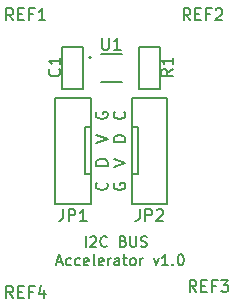
<source format=gto>
G04 #@! TF.GenerationSoftware,KiCad,Pcbnew,(5.1.2)-1*
G04 #@! TF.CreationDate,2021-08-30T19:49:36+09:00*
G04 #@! TF.ProjectId,IR,49522e6b-6963-4616-945f-706362585858,v1.0*
G04 #@! TF.SameCoordinates,Original*
G04 #@! TF.FileFunction,Legend,Top*
G04 #@! TF.FilePolarity,Positive*
%FSLAX46Y46*%
G04 Gerber Fmt 4.6, Leading zero omitted, Abs format (unit mm)*
G04 Created by KiCad (PCBNEW (5.1.2)-1) date 2021-08-30 19:49:36*
%MOMM*%
%LPD*%
G04 APERTURE LIST*
%ADD10C,0.200000*%
%ADD11C,0.180000*%
%ADD12C,0.150000*%
G04 APERTURE END LIST*
D10*
X186585714Y-118132142D02*
X186585714Y-117232142D01*
X186971428Y-117317857D02*
X187014285Y-117275000D01*
X187100000Y-117232142D01*
X187314285Y-117232142D01*
X187400000Y-117275000D01*
X187442857Y-117317857D01*
X187485714Y-117403571D01*
X187485714Y-117489285D01*
X187442857Y-117617857D01*
X186928571Y-118132142D01*
X187485714Y-118132142D01*
X188385714Y-118046428D02*
X188342857Y-118089285D01*
X188214285Y-118132142D01*
X188128571Y-118132142D01*
X188000000Y-118089285D01*
X187914285Y-118003571D01*
X187871428Y-117917857D01*
X187828571Y-117746428D01*
X187828571Y-117617857D01*
X187871428Y-117446428D01*
X187914285Y-117360714D01*
X188000000Y-117275000D01*
X188128571Y-117232142D01*
X188214285Y-117232142D01*
X188342857Y-117275000D01*
X188385714Y-117317857D01*
X189757142Y-117660714D02*
X189885714Y-117703571D01*
X189928571Y-117746428D01*
X189971428Y-117832142D01*
X189971428Y-117960714D01*
X189928571Y-118046428D01*
X189885714Y-118089285D01*
X189800000Y-118132142D01*
X189457142Y-118132142D01*
X189457142Y-117232142D01*
X189757142Y-117232142D01*
X189842857Y-117275000D01*
X189885714Y-117317857D01*
X189928571Y-117403571D01*
X189928571Y-117489285D01*
X189885714Y-117575000D01*
X189842857Y-117617857D01*
X189757142Y-117660714D01*
X189457142Y-117660714D01*
X190357142Y-117232142D02*
X190357142Y-117960714D01*
X190400000Y-118046428D01*
X190442857Y-118089285D01*
X190528571Y-118132142D01*
X190700000Y-118132142D01*
X190785714Y-118089285D01*
X190828571Y-118046428D01*
X190871428Y-117960714D01*
X190871428Y-117232142D01*
X191257142Y-118089285D02*
X191385714Y-118132142D01*
X191600000Y-118132142D01*
X191685714Y-118089285D01*
X191728571Y-118046428D01*
X191771428Y-117960714D01*
X191771428Y-117875000D01*
X191728571Y-117789285D01*
X191685714Y-117746428D01*
X191600000Y-117703571D01*
X191428571Y-117660714D01*
X191342857Y-117617857D01*
X191300000Y-117575000D01*
X191257142Y-117489285D01*
X191257142Y-117403571D01*
X191300000Y-117317857D01*
X191342857Y-117275000D01*
X191428571Y-117232142D01*
X191642857Y-117232142D01*
X191771428Y-117275000D01*
X184121428Y-119425000D02*
X184550000Y-119425000D01*
X184035714Y-119682142D02*
X184335714Y-118782142D01*
X184635714Y-119682142D01*
X185321428Y-119639285D02*
X185235714Y-119682142D01*
X185064285Y-119682142D01*
X184978571Y-119639285D01*
X184935714Y-119596428D01*
X184892857Y-119510714D01*
X184892857Y-119253571D01*
X184935714Y-119167857D01*
X184978571Y-119125000D01*
X185064285Y-119082142D01*
X185235714Y-119082142D01*
X185321428Y-119125000D01*
X186092857Y-119639285D02*
X186007142Y-119682142D01*
X185835714Y-119682142D01*
X185750000Y-119639285D01*
X185707142Y-119596428D01*
X185664285Y-119510714D01*
X185664285Y-119253571D01*
X185707142Y-119167857D01*
X185750000Y-119125000D01*
X185835714Y-119082142D01*
X186007142Y-119082142D01*
X186092857Y-119125000D01*
X186821428Y-119639285D02*
X186735714Y-119682142D01*
X186564285Y-119682142D01*
X186478571Y-119639285D01*
X186435714Y-119553571D01*
X186435714Y-119210714D01*
X186478571Y-119125000D01*
X186564285Y-119082142D01*
X186735714Y-119082142D01*
X186821428Y-119125000D01*
X186864285Y-119210714D01*
X186864285Y-119296428D01*
X186435714Y-119382142D01*
X187378571Y-119682142D02*
X187292857Y-119639285D01*
X187250000Y-119553571D01*
X187250000Y-118782142D01*
X188064285Y-119639285D02*
X187978571Y-119682142D01*
X187807142Y-119682142D01*
X187721428Y-119639285D01*
X187678571Y-119553571D01*
X187678571Y-119210714D01*
X187721428Y-119125000D01*
X187807142Y-119082142D01*
X187978571Y-119082142D01*
X188064285Y-119125000D01*
X188107142Y-119210714D01*
X188107142Y-119296428D01*
X187678571Y-119382142D01*
X188492857Y-119682142D02*
X188492857Y-119082142D01*
X188492857Y-119253571D02*
X188535714Y-119167857D01*
X188578571Y-119125000D01*
X188664285Y-119082142D01*
X188750000Y-119082142D01*
X189435714Y-119682142D02*
X189435714Y-119210714D01*
X189392857Y-119125000D01*
X189307142Y-119082142D01*
X189135714Y-119082142D01*
X189050000Y-119125000D01*
X189435714Y-119639285D02*
X189350000Y-119682142D01*
X189135714Y-119682142D01*
X189050000Y-119639285D01*
X189007142Y-119553571D01*
X189007142Y-119467857D01*
X189050000Y-119382142D01*
X189135714Y-119339285D01*
X189350000Y-119339285D01*
X189435714Y-119296428D01*
X189735714Y-119082142D02*
X190078571Y-119082142D01*
X189864285Y-118782142D02*
X189864285Y-119553571D01*
X189907142Y-119639285D01*
X189992857Y-119682142D01*
X190078571Y-119682142D01*
X190507142Y-119682142D02*
X190421428Y-119639285D01*
X190378571Y-119596428D01*
X190335714Y-119510714D01*
X190335714Y-119253571D01*
X190378571Y-119167857D01*
X190421428Y-119125000D01*
X190507142Y-119082142D01*
X190635714Y-119082142D01*
X190721428Y-119125000D01*
X190764285Y-119167857D01*
X190807142Y-119253571D01*
X190807142Y-119510714D01*
X190764285Y-119596428D01*
X190721428Y-119639285D01*
X190635714Y-119682142D01*
X190507142Y-119682142D01*
X191192857Y-119682142D02*
X191192857Y-119082142D01*
X191192857Y-119253571D02*
X191235714Y-119167857D01*
X191278571Y-119125000D01*
X191364285Y-119082142D01*
X191450000Y-119082142D01*
X192350000Y-119082142D02*
X192564285Y-119682142D01*
X192778571Y-119082142D01*
X193592857Y-119682142D02*
X193078571Y-119682142D01*
X193335714Y-119682142D02*
X193335714Y-118782142D01*
X193250000Y-118910714D01*
X193164285Y-118996428D01*
X193078571Y-119039285D01*
X193978571Y-119596428D02*
X194021428Y-119639285D01*
X193978571Y-119682142D01*
X193935714Y-119639285D01*
X193978571Y-119596428D01*
X193978571Y-119682142D01*
X194578571Y-118782142D02*
X194664285Y-118782142D01*
X194750000Y-118825000D01*
X194792857Y-118867857D01*
X194835714Y-118953571D01*
X194878571Y-119125000D01*
X194878571Y-119339285D01*
X194835714Y-119510714D01*
X194792857Y-119596428D01*
X194750000Y-119639285D01*
X194664285Y-119682142D01*
X194578571Y-119682142D01*
X194492857Y-119639285D01*
X194450000Y-119596428D01*
X194407142Y-119510714D01*
X194364285Y-119339285D01*
X194364285Y-119125000D01*
X194407142Y-118953571D01*
X194450000Y-118867857D01*
X194492857Y-118825000D01*
X194578571Y-118782142D01*
D11*
X186389000Y-101222000D02*
X186389000Y-104778000D01*
X186389000Y-104778000D02*
X184611000Y-104778000D01*
X184611000Y-104778000D02*
X184611000Y-101222000D01*
X184611000Y-101222000D02*
X186389000Y-101222000D01*
D12*
X187000000Y-108000000D02*
X186500000Y-108000000D01*
X186500000Y-108000000D02*
X186500000Y-112000000D01*
X186500000Y-112000000D02*
X187000000Y-112000000D01*
X187000000Y-110000000D02*
X187000000Y-114500000D01*
X187000000Y-114500000D02*
X184000000Y-114500000D01*
X184000000Y-114500000D02*
X184000000Y-105500000D01*
X184000000Y-105500000D02*
X187000000Y-105500000D01*
X187000000Y-105500000D02*
X187000000Y-110000000D01*
X190500000Y-112000000D02*
X191000000Y-112000000D01*
X191000000Y-112000000D02*
X191000000Y-108000000D01*
X191000000Y-108000000D02*
X190500000Y-108000000D01*
X190500000Y-110000000D02*
X190500000Y-105500000D01*
X190500000Y-105500000D02*
X193500000Y-105500000D01*
X193500000Y-105500000D02*
X193500000Y-114500000D01*
X193500000Y-114500000D02*
X190500000Y-114500000D01*
X190500000Y-114500000D02*
X190500000Y-110000000D01*
D11*
X192889000Y-101222000D02*
X192889000Y-104778000D01*
X192889000Y-104778000D02*
X191111000Y-104778000D01*
X191111000Y-104778000D02*
X191111000Y-101222000D01*
X191111000Y-101222000D02*
X192889000Y-101222000D01*
D10*
X187050000Y-102100000D02*
G75*
G03X187050000Y-102100000I-100000J0D01*
G01*
X189650000Y-101800000D02*
X187850000Y-101800000D01*
X189650000Y-104200000D02*
X187850000Y-104200000D01*
D12*
X180452380Y-122452380D02*
X180119047Y-121976190D01*
X179880952Y-122452380D02*
X179880952Y-121452380D01*
X180261904Y-121452380D01*
X180357142Y-121500000D01*
X180404761Y-121547619D01*
X180452380Y-121642857D01*
X180452380Y-121785714D01*
X180404761Y-121880952D01*
X180357142Y-121928571D01*
X180261904Y-121976190D01*
X179880952Y-121976190D01*
X180880952Y-121928571D02*
X181214285Y-121928571D01*
X181357142Y-122452380D02*
X180880952Y-122452380D01*
X180880952Y-121452380D01*
X181357142Y-121452380D01*
X182119047Y-121928571D02*
X181785714Y-121928571D01*
X181785714Y-122452380D02*
X181785714Y-121452380D01*
X182261904Y-121452380D01*
X183071428Y-121785714D02*
X183071428Y-122452380D01*
X182833333Y-121404761D02*
X182595238Y-122119047D01*
X183214285Y-122119047D01*
X195952380Y-121952380D02*
X195619047Y-121476190D01*
X195380952Y-121952380D02*
X195380952Y-120952380D01*
X195761904Y-120952380D01*
X195857142Y-121000000D01*
X195904761Y-121047619D01*
X195952380Y-121142857D01*
X195952380Y-121285714D01*
X195904761Y-121380952D01*
X195857142Y-121428571D01*
X195761904Y-121476190D01*
X195380952Y-121476190D01*
X196380952Y-121428571D02*
X196714285Y-121428571D01*
X196857142Y-121952380D02*
X196380952Y-121952380D01*
X196380952Y-120952380D01*
X196857142Y-120952380D01*
X197619047Y-121428571D02*
X197285714Y-121428571D01*
X197285714Y-121952380D02*
X197285714Y-120952380D01*
X197761904Y-120952380D01*
X198047619Y-120952380D02*
X198666666Y-120952380D01*
X198333333Y-121333333D01*
X198476190Y-121333333D01*
X198571428Y-121380952D01*
X198619047Y-121428571D01*
X198666666Y-121523809D01*
X198666666Y-121761904D01*
X198619047Y-121857142D01*
X198571428Y-121904761D01*
X198476190Y-121952380D01*
X198190476Y-121952380D01*
X198095238Y-121904761D01*
X198047619Y-121857142D01*
X195452380Y-98951880D02*
X195119047Y-98475690D01*
X194880952Y-98951880D02*
X194880952Y-97951880D01*
X195261904Y-97951880D01*
X195357142Y-97999500D01*
X195404761Y-98047119D01*
X195452380Y-98142357D01*
X195452380Y-98285214D01*
X195404761Y-98380452D01*
X195357142Y-98428071D01*
X195261904Y-98475690D01*
X194880952Y-98475690D01*
X195880952Y-98428071D02*
X196214285Y-98428071D01*
X196357142Y-98951880D02*
X195880952Y-98951880D01*
X195880952Y-97951880D01*
X196357142Y-97951880D01*
X197119047Y-98428071D02*
X196785714Y-98428071D01*
X196785714Y-98951880D02*
X196785714Y-97951880D01*
X197261904Y-97951880D01*
X197595238Y-98047119D02*
X197642857Y-97999500D01*
X197738095Y-97951880D01*
X197976190Y-97951880D01*
X198071428Y-97999500D01*
X198119047Y-98047119D01*
X198166666Y-98142357D01*
X198166666Y-98237595D01*
X198119047Y-98380452D01*
X197547619Y-98951880D01*
X198166666Y-98951880D01*
D11*
X184357142Y-103073476D02*
X184404761Y-103121095D01*
X184452380Y-103263952D01*
X184452380Y-103359190D01*
X184404761Y-103502047D01*
X184309523Y-103597285D01*
X184214285Y-103644904D01*
X184023809Y-103692523D01*
X183880952Y-103692523D01*
X183690476Y-103644904D01*
X183595238Y-103597285D01*
X183500000Y-103502047D01*
X183452380Y-103359190D01*
X183452380Y-103263952D01*
X183500000Y-103121095D01*
X183547619Y-103073476D01*
X184452380Y-102121095D02*
X184452380Y-102692523D01*
X184452380Y-102406809D02*
X183452380Y-102406809D01*
X183595238Y-102502047D01*
X183690476Y-102597285D01*
X183738095Y-102692523D01*
D12*
X184666666Y-114952380D02*
X184666666Y-115666666D01*
X184619047Y-115809523D01*
X184523809Y-115904761D01*
X184380952Y-115952380D01*
X184285714Y-115952380D01*
X185142857Y-115952380D02*
X185142857Y-114952380D01*
X185523809Y-114952380D01*
X185619047Y-115000000D01*
X185666666Y-115047619D01*
X185714285Y-115142857D01*
X185714285Y-115285714D01*
X185666666Y-115380952D01*
X185619047Y-115428571D01*
X185523809Y-115476190D01*
X185142857Y-115476190D01*
X186666666Y-115952380D02*
X186095238Y-115952380D01*
X186380952Y-115952380D02*
X186380952Y-114952380D01*
X186285714Y-115095238D01*
X186190476Y-115190476D01*
X186095238Y-115238095D01*
X188357142Y-112690476D02*
X188404761Y-112738095D01*
X188452380Y-112880952D01*
X188452380Y-112976190D01*
X188404761Y-113119047D01*
X188309523Y-113214285D01*
X188214285Y-113261904D01*
X188023809Y-113309523D01*
X187880952Y-113309523D01*
X187690476Y-113261904D01*
X187595238Y-113214285D01*
X187500000Y-113119047D01*
X187452380Y-112976190D01*
X187452380Y-112880952D01*
X187500000Y-112738095D01*
X187547619Y-112690476D01*
X188452380Y-111261904D02*
X187452380Y-111261904D01*
X187452380Y-111023809D01*
X187500000Y-110880952D01*
X187595238Y-110785714D01*
X187690476Y-110738095D01*
X187880952Y-110690476D01*
X188023809Y-110690476D01*
X188214285Y-110738095D01*
X188309523Y-110785714D01*
X188404761Y-110880952D01*
X188452380Y-111023809D01*
X188452380Y-111261904D01*
X187452380Y-109333333D02*
X188452380Y-109000000D01*
X187452380Y-108666666D01*
X187500000Y-106738095D02*
X187452380Y-106833333D01*
X187452380Y-106976190D01*
X187500000Y-107119047D01*
X187595238Y-107214285D01*
X187690476Y-107261904D01*
X187880952Y-107309523D01*
X188023809Y-107309523D01*
X188214285Y-107261904D01*
X188309523Y-107214285D01*
X188404761Y-107119047D01*
X188452380Y-106976190D01*
X188452380Y-106880952D01*
X188404761Y-106738095D01*
X188357142Y-106690476D01*
X188023809Y-106690476D01*
X188023809Y-106880952D01*
X191166666Y-114952380D02*
X191166666Y-115666666D01*
X191119047Y-115809523D01*
X191023809Y-115904761D01*
X190880952Y-115952380D01*
X190785714Y-115952380D01*
X191642857Y-115952380D02*
X191642857Y-114952380D01*
X192023809Y-114952380D01*
X192119047Y-115000000D01*
X192166666Y-115047619D01*
X192214285Y-115142857D01*
X192214285Y-115285714D01*
X192166666Y-115380952D01*
X192119047Y-115428571D01*
X192023809Y-115476190D01*
X191642857Y-115476190D01*
X192595238Y-115047619D02*
X192642857Y-115000000D01*
X192738095Y-114952380D01*
X192976190Y-114952380D01*
X193071428Y-115000000D01*
X193119047Y-115047619D01*
X193166666Y-115142857D01*
X193166666Y-115238095D01*
X193119047Y-115380952D01*
X192547619Y-115952380D01*
X193166666Y-115952380D01*
X189857142Y-106690476D02*
X189904761Y-106738095D01*
X189952380Y-106880952D01*
X189952380Y-106976190D01*
X189904761Y-107119047D01*
X189809523Y-107214285D01*
X189714285Y-107261904D01*
X189523809Y-107309523D01*
X189380952Y-107309523D01*
X189190476Y-107261904D01*
X189095238Y-107214285D01*
X189000000Y-107119047D01*
X188952380Y-106976190D01*
X188952380Y-106880952D01*
X189000000Y-106738095D01*
X189047619Y-106690476D01*
X189952380Y-109261904D02*
X188952380Y-109261904D01*
X188952380Y-109023809D01*
X189000000Y-108880952D01*
X189095238Y-108785714D01*
X189190476Y-108738095D01*
X189380952Y-108690476D01*
X189523809Y-108690476D01*
X189714285Y-108738095D01*
X189809523Y-108785714D01*
X189904761Y-108880952D01*
X189952380Y-109023809D01*
X189952380Y-109261904D01*
X188952380Y-111333333D02*
X189952380Y-111000000D01*
X188952380Y-110666666D01*
X189000000Y-112738095D02*
X188952380Y-112833333D01*
X188952380Y-112976190D01*
X189000000Y-113119047D01*
X189095238Y-113214285D01*
X189190476Y-113261904D01*
X189380952Y-113309523D01*
X189523809Y-113309523D01*
X189714285Y-113261904D01*
X189809523Y-113214285D01*
X189904761Y-113119047D01*
X189952380Y-112976190D01*
X189952380Y-112880952D01*
X189904761Y-112738095D01*
X189857142Y-112690476D01*
X189523809Y-112690476D01*
X189523809Y-112880952D01*
D11*
X193952380Y-103073476D02*
X193476190Y-103406809D01*
X193952380Y-103644904D02*
X192952380Y-103644904D01*
X192952380Y-103263952D01*
X193000000Y-103168714D01*
X193047619Y-103121095D01*
X193142857Y-103073476D01*
X193285714Y-103073476D01*
X193380952Y-103121095D01*
X193428571Y-103168714D01*
X193476190Y-103263952D01*
X193476190Y-103644904D01*
X193952380Y-102121095D02*
X193952380Y-102692523D01*
X193952380Y-102406809D02*
X192952380Y-102406809D01*
X193095238Y-102502047D01*
X193190476Y-102597285D01*
X193238095Y-102692523D01*
D12*
X187988095Y-100452380D02*
X187988095Y-101261904D01*
X188035714Y-101357142D01*
X188083333Y-101404761D01*
X188178571Y-101452380D01*
X188369047Y-101452380D01*
X188464285Y-101404761D01*
X188511904Y-101357142D01*
X188559523Y-101261904D01*
X188559523Y-100452380D01*
X189559523Y-101452380D02*
X188988095Y-101452380D01*
X189273809Y-101452380D02*
X189273809Y-100452380D01*
X189178571Y-100595238D01*
X189083333Y-100690476D01*
X188988095Y-100738095D01*
X180452380Y-98951880D02*
X180119047Y-98475690D01*
X179880952Y-98951880D02*
X179880952Y-97951880D01*
X180261904Y-97951880D01*
X180357142Y-97999500D01*
X180404761Y-98047119D01*
X180452380Y-98142357D01*
X180452380Y-98285214D01*
X180404761Y-98380452D01*
X180357142Y-98428071D01*
X180261904Y-98475690D01*
X179880952Y-98475690D01*
X180880952Y-98428071D02*
X181214285Y-98428071D01*
X181357142Y-98951880D02*
X180880952Y-98951880D01*
X180880952Y-97951880D01*
X181357142Y-97951880D01*
X182119047Y-98428071D02*
X181785714Y-98428071D01*
X181785714Y-98951880D02*
X181785714Y-97951880D01*
X182261904Y-97951880D01*
X183166666Y-98951880D02*
X182595238Y-98951880D01*
X182880952Y-98951880D02*
X182880952Y-97951880D01*
X182785714Y-98094738D01*
X182690476Y-98189976D01*
X182595238Y-98237595D01*
M02*

</source>
